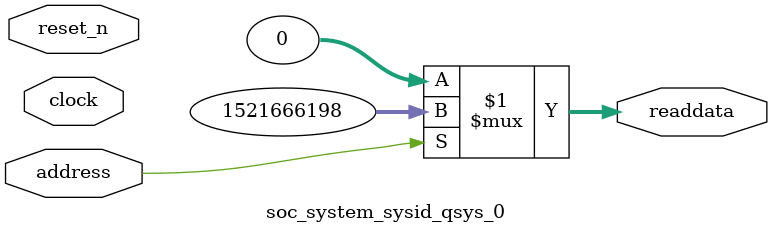
<source format=v>



// synthesis translate_off
`timescale 1ns / 1ps
// synthesis translate_on

// turn off superfluous verilog processor warnings 
// altera message_level Level1 
// altera message_off 10034 10035 10036 10037 10230 10240 10030 

module soc_system_sysid_qsys_0 (
               // inputs:
                address,
                clock,
                reset_n,

               // outputs:
                readdata
             )
;

  output  [ 31: 0] readdata;
  input            address;
  input            clock;
  input            reset_n;

  wire    [ 31: 0] readdata;
  //control_slave, which is an e_avalon_slave
  assign readdata = address ? 1521666198 : 0;

endmodule



</source>
